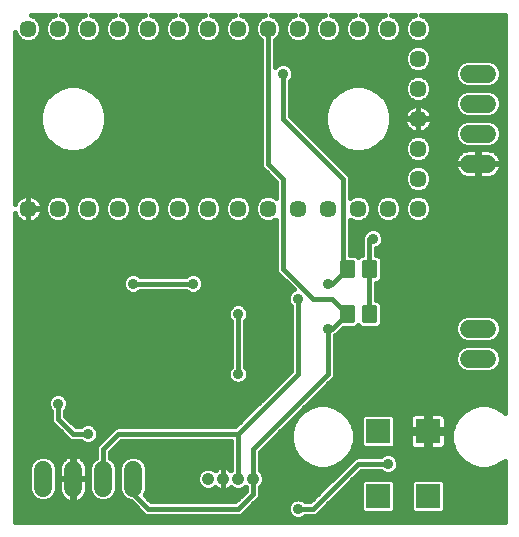
<source format=gbl>
G75*
%MOIN*%
%OFA0B0*%
%FSLAX25Y25*%
%IPPOS*%
%LPD*%
%AMOC8*
5,1,8,0,0,1.08239X$1,22.5*
%
%ADD10C,0.01024*%
%ADD11C,0.04134*%
%ADD12C,0.06000*%
%ADD13C,0.05700*%
%ADD14R,0.08268X0.08268*%
%ADD15C,0.03543*%
%ADD16C,0.01600*%
D10*
X0116013Y0118717D02*
X0120107Y0118717D01*
X0116013Y0118717D02*
X0116013Y0123795D01*
X0120107Y0123795D01*
X0120107Y0118717D01*
X0120107Y0119740D02*
X0116013Y0119740D01*
X0116013Y0120763D02*
X0120107Y0120763D01*
X0120107Y0121786D02*
X0116013Y0121786D01*
X0116013Y0122809D02*
X0120107Y0122809D01*
X0123493Y0118717D02*
X0127587Y0118717D01*
X0123493Y0118717D02*
X0123493Y0123795D01*
X0127587Y0123795D01*
X0127587Y0118717D01*
X0127587Y0119740D02*
X0123493Y0119740D01*
X0123493Y0120763D02*
X0127587Y0120763D01*
X0127587Y0121786D02*
X0123493Y0121786D01*
X0123493Y0122809D02*
X0127587Y0122809D01*
X0127587Y0133717D02*
X0123493Y0133717D01*
X0123493Y0138795D01*
X0127587Y0138795D01*
X0127587Y0133717D01*
X0127587Y0134740D02*
X0123493Y0134740D01*
X0123493Y0135763D02*
X0127587Y0135763D01*
X0127587Y0136786D02*
X0123493Y0136786D01*
X0123493Y0137809D02*
X0127587Y0137809D01*
X0120107Y0133717D02*
X0116013Y0133717D01*
X0116013Y0138795D01*
X0120107Y0138795D01*
X0120107Y0133717D01*
X0120107Y0134740D02*
X0116013Y0134740D01*
X0116013Y0135763D02*
X0120107Y0135763D01*
X0120107Y0136786D02*
X0116013Y0136786D01*
X0116013Y0137809D02*
X0120107Y0137809D01*
D11*
X0086800Y0066256D03*
X0081800Y0066256D03*
X0076800Y0066256D03*
X0071800Y0066256D03*
D12*
X0046800Y0063256D02*
X0046800Y0069256D01*
X0036800Y0069256D02*
X0036800Y0063256D01*
X0026800Y0063256D02*
X0026800Y0069256D01*
X0016800Y0069256D02*
X0016800Y0063256D01*
X0158800Y0106256D02*
X0164800Y0106256D01*
X0164800Y0116256D02*
X0158800Y0116256D01*
X0158800Y0171256D02*
X0164800Y0171256D01*
X0164800Y0181256D02*
X0158800Y0181256D01*
X0158800Y0191256D02*
X0164800Y0191256D01*
X0164800Y0201256D02*
X0158800Y0201256D01*
D13*
X0141800Y0206256D03*
X0141800Y0216256D03*
X0131800Y0216256D03*
X0121800Y0216256D03*
X0111800Y0216256D03*
X0101800Y0216256D03*
X0091800Y0216256D03*
X0081800Y0216256D03*
X0071800Y0216256D03*
X0061800Y0216256D03*
X0051800Y0216256D03*
X0041800Y0216256D03*
X0031800Y0216256D03*
X0021800Y0216256D03*
X0011800Y0216256D03*
X0011800Y0156256D03*
X0021800Y0156256D03*
X0031800Y0156256D03*
X0041800Y0156256D03*
X0051800Y0156256D03*
X0061800Y0156256D03*
X0071800Y0156256D03*
X0081800Y0156256D03*
X0091800Y0156256D03*
X0101800Y0156256D03*
X0111800Y0156256D03*
X0121800Y0156256D03*
X0131800Y0156256D03*
X0141800Y0156256D03*
X0141800Y0166256D03*
X0141800Y0176256D03*
X0141800Y0186256D03*
X0141800Y0196256D03*
D14*
X0145068Y0082083D03*
X0145068Y0060429D03*
X0128532Y0060429D03*
X0128532Y0082083D03*
D15*
X0131800Y0071256D03*
X0101800Y0056256D03*
X0081800Y0101256D03*
X0081800Y0121256D03*
X0066800Y0131256D03*
X0046800Y0131256D03*
X0061800Y0101256D03*
X0031800Y0081256D03*
X0021800Y0091256D03*
X0101800Y0126256D03*
X0111800Y0131256D03*
X0111800Y0116256D03*
X0126800Y0146256D03*
X0161800Y0151256D03*
X0096800Y0201256D03*
D16*
X0007400Y0154750D02*
X0007400Y0051856D01*
X0170701Y0051856D01*
X0170701Y0072261D01*
X0170145Y0071705D01*
X0167704Y0070296D01*
X0164981Y0069566D01*
X0162162Y0069566D01*
X0159439Y0070296D01*
X0156998Y0071705D01*
X0155005Y0073698D01*
X0153596Y0076139D01*
X0152866Y0078862D01*
X0152866Y0081681D01*
X0153596Y0084404D01*
X0155005Y0086845D01*
X0156998Y0088838D01*
X0159439Y0090248D01*
X0162162Y0090977D01*
X0164981Y0090977D01*
X0167704Y0090248D01*
X0170145Y0088838D01*
X0170701Y0088282D01*
X0170701Y0220656D01*
X0142806Y0220656D01*
X0144321Y0220028D01*
X0145573Y0218777D01*
X0146250Y0217141D01*
X0146250Y0215371D01*
X0145573Y0213735D01*
X0144321Y0212483D01*
X0142685Y0211806D01*
X0140915Y0211806D01*
X0139279Y0212483D01*
X0138027Y0213735D01*
X0137350Y0215371D01*
X0137350Y0217141D01*
X0138027Y0218777D01*
X0139279Y0220028D01*
X0140794Y0220656D01*
X0132806Y0220656D01*
X0134321Y0220028D01*
X0135573Y0218777D01*
X0136250Y0217141D01*
X0136250Y0215371D01*
X0135573Y0213735D01*
X0134321Y0212483D01*
X0132685Y0211806D01*
X0130915Y0211806D01*
X0129279Y0212483D01*
X0128027Y0213735D01*
X0127350Y0215371D01*
X0127350Y0217141D01*
X0128027Y0218777D01*
X0129279Y0220028D01*
X0130794Y0220656D01*
X0122806Y0220656D01*
X0124321Y0220028D01*
X0125573Y0218777D01*
X0126250Y0217141D01*
X0126250Y0215371D01*
X0125573Y0213735D01*
X0124321Y0212483D01*
X0122685Y0211806D01*
X0120915Y0211806D01*
X0119279Y0212483D01*
X0118027Y0213735D01*
X0117350Y0215371D01*
X0117350Y0217141D01*
X0118027Y0218777D01*
X0119279Y0220028D01*
X0120794Y0220656D01*
X0112806Y0220656D01*
X0114321Y0220028D01*
X0115573Y0218777D01*
X0116250Y0217141D01*
X0116250Y0215371D01*
X0115573Y0213735D01*
X0114321Y0212483D01*
X0112685Y0211806D01*
X0110915Y0211806D01*
X0109279Y0212483D01*
X0108027Y0213735D01*
X0107350Y0215371D01*
X0107350Y0217141D01*
X0108027Y0218777D01*
X0109279Y0220028D01*
X0110794Y0220656D01*
X0102806Y0220656D01*
X0104321Y0220028D01*
X0105573Y0218777D01*
X0106250Y0217141D01*
X0106250Y0215371D01*
X0105573Y0213735D01*
X0104321Y0212483D01*
X0102685Y0211806D01*
X0100915Y0211806D01*
X0099279Y0212483D01*
X0098027Y0213735D01*
X0097350Y0215371D01*
X0097350Y0217141D01*
X0098027Y0218777D01*
X0099279Y0220028D01*
X0100794Y0220656D01*
X0092806Y0220656D01*
X0094321Y0220028D01*
X0095573Y0218777D01*
X0096250Y0217141D01*
X0096250Y0215371D01*
X0095573Y0213735D01*
X0094321Y0212483D01*
X0094200Y0212433D01*
X0094200Y0203424D01*
X0094890Y0204114D01*
X0096129Y0204628D01*
X0097471Y0204628D01*
X0098710Y0204114D01*
X0099658Y0203166D01*
X0100172Y0201927D01*
X0100172Y0200585D01*
X0099658Y0199346D01*
X0099200Y0198888D01*
X0099200Y0187250D01*
X0118159Y0168291D01*
X0118835Y0167615D01*
X0119200Y0166733D01*
X0119200Y0159949D01*
X0119279Y0160028D01*
X0120915Y0160706D01*
X0122685Y0160706D01*
X0124321Y0160028D01*
X0125573Y0158777D01*
X0126250Y0157141D01*
X0126250Y0155371D01*
X0125573Y0153735D01*
X0124321Y0152483D01*
X0122685Y0151806D01*
X0120915Y0151806D01*
X0119279Y0152483D01*
X0119200Y0152563D01*
X0119200Y0140907D01*
X0120982Y0140907D01*
X0121800Y0140089D01*
X0122618Y0140907D01*
X0123140Y0140907D01*
X0123140Y0146733D01*
X0123506Y0147615D01*
X0123861Y0147971D01*
X0123942Y0148166D01*
X0124890Y0149114D01*
X0126129Y0149628D01*
X0127471Y0149628D01*
X0128710Y0149114D01*
X0129658Y0148166D01*
X0130172Y0146927D01*
X0130172Y0145585D01*
X0129658Y0144346D01*
X0128710Y0143398D01*
X0127940Y0143079D01*
X0127940Y0140907D01*
X0128462Y0140907D01*
X0129699Y0139670D01*
X0129699Y0132842D01*
X0128462Y0131605D01*
X0127940Y0131605D01*
X0127940Y0125907D01*
X0128462Y0125907D01*
X0129699Y0124670D01*
X0129699Y0117842D01*
X0128462Y0116605D01*
X0122618Y0116605D01*
X0121800Y0117423D01*
X0120982Y0116605D01*
X0116803Y0116605D01*
X0114739Y0114541D01*
X0114658Y0114346D01*
X0114200Y0113888D01*
X0114200Y0100779D01*
X0113835Y0099896D01*
X0089200Y0075262D01*
X0089200Y0069042D01*
X0089909Y0068333D01*
X0090467Y0066985D01*
X0090467Y0065527D01*
X0089909Y0064179D01*
X0089200Y0063470D01*
X0089200Y0060779D01*
X0088835Y0059896D01*
X0083835Y0054896D01*
X0083159Y0054221D01*
X0082277Y0053856D01*
X0051323Y0053856D01*
X0050441Y0054221D01*
X0046006Y0058656D01*
X0045885Y0058656D01*
X0044194Y0059356D01*
X0042900Y0060650D01*
X0042200Y0062341D01*
X0042200Y0070171D01*
X0042900Y0071862D01*
X0044194Y0073156D01*
X0045885Y0073856D01*
X0047715Y0073856D01*
X0049406Y0073156D01*
X0050700Y0071862D01*
X0051400Y0070171D01*
X0051400Y0062341D01*
X0050729Y0060721D01*
X0052794Y0058656D01*
X0080806Y0058656D01*
X0084400Y0062250D01*
X0084400Y0063470D01*
X0084300Y0063570D01*
X0083877Y0063147D01*
X0082529Y0062589D01*
X0081071Y0062589D01*
X0079723Y0063147D01*
X0079441Y0063429D01*
X0079265Y0063252D01*
X0078632Y0062829D01*
X0077928Y0062538D01*
X0077181Y0062389D01*
X0076800Y0062389D01*
X0076800Y0066256D01*
X0076800Y0066256D01*
X0076800Y0070123D01*
X0077181Y0070123D01*
X0077928Y0069974D01*
X0078632Y0069683D01*
X0079265Y0069260D01*
X0079400Y0069125D01*
X0079400Y0078856D01*
X0042794Y0078856D01*
X0039200Y0075262D01*
X0039200Y0073241D01*
X0039406Y0073156D01*
X0040700Y0071862D01*
X0041400Y0070171D01*
X0041400Y0062341D01*
X0040700Y0060650D01*
X0039406Y0059356D01*
X0037715Y0058656D01*
X0035885Y0058656D01*
X0034194Y0059356D01*
X0032900Y0060650D01*
X0032200Y0062341D01*
X0032200Y0070171D01*
X0032900Y0071862D01*
X0034194Y0073156D01*
X0034400Y0073241D01*
X0034400Y0076733D01*
X0034765Y0077615D01*
X0035441Y0078291D01*
X0040441Y0083291D01*
X0041323Y0083656D01*
X0080806Y0083656D01*
X0099400Y0102250D01*
X0099400Y0123888D01*
X0098942Y0124346D01*
X0098428Y0125585D01*
X0098428Y0126927D01*
X0098942Y0128166D01*
X0099890Y0129114D01*
X0100355Y0129307D01*
X0094765Y0134896D01*
X0094400Y0135779D01*
X0094400Y0152563D01*
X0094321Y0152483D01*
X0092685Y0151806D01*
X0090915Y0151806D01*
X0089279Y0152483D01*
X0088027Y0153735D01*
X0087350Y0155371D01*
X0087350Y0157141D01*
X0088027Y0158777D01*
X0089279Y0160028D01*
X0090915Y0160706D01*
X0092685Y0160706D01*
X0094321Y0160028D01*
X0094400Y0159949D01*
X0094400Y0165262D01*
X0090441Y0169221D01*
X0089765Y0169896D01*
X0089400Y0170779D01*
X0089400Y0212433D01*
X0089279Y0212483D01*
X0088027Y0213735D01*
X0087350Y0215371D01*
X0087350Y0217141D01*
X0088027Y0218777D01*
X0089279Y0220028D01*
X0090794Y0220656D01*
X0082806Y0220656D01*
X0084321Y0220028D01*
X0085573Y0218777D01*
X0086250Y0217141D01*
X0086250Y0215371D01*
X0085573Y0213735D01*
X0084321Y0212483D01*
X0082685Y0211806D01*
X0080915Y0211806D01*
X0079279Y0212483D01*
X0078027Y0213735D01*
X0077350Y0215371D01*
X0077350Y0217141D01*
X0078027Y0218777D01*
X0079279Y0220028D01*
X0080794Y0220656D01*
X0072806Y0220656D01*
X0074321Y0220028D01*
X0075573Y0218777D01*
X0076250Y0217141D01*
X0076250Y0215371D01*
X0075573Y0213735D01*
X0074321Y0212483D01*
X0072685Y0211806D01*
X0070915Y0211806D01*
X0069279Y0212483D01*
X0068027Y0213735D01*
X0067350Y0215371D01*
X0067350Y0217141D01*
X0068027Y0218777D01*
X0069279Y0220028D01*
X0070794Y0220656D01*
X0062806Y0220656D01*
X0064321Y0220028D01*
X0065573Y0218777D01*
X0066250Y0217141D01*
X0066250Y0215371D01*
X0065573Y0213735D01*
X0064321Y0212483D01*
X0062685Y0211806D01*
X0060915Y0211806D01*
X0059279Y0212483D01*
X0058027Y0213735D01*
X0057350Y0215371D01*
X0057350Y0217141D01*
X0058027Y0218777D01*
X0059279Y0220028D01*
X0060794Y0220656D01*
X0052806Y0220656D01*
X0054321Y0220028D01*
X0055573Y0218777D01*
X0056250Y0217141D01*
X0056250Y0215371D01*
X0055573Y0213735D01*
X0054321Y0212483D01*
X0052685Y0211806D01*
X0050915Y0211806D01*
X0049279Y0212483D01*
X0048027Y0213735D01*
X0047350Y0215371D01*
X0047350Y0217141D01*
X0048027Y0218777D01*
X0049279Y0220028D01*
X0050794Y0220656D01*
X0042806Y0220656D01*
X0044321Y0220028D01*
X0045573Y0218777D01*
X0046250Y0217141D01*
X0046250Y0215371D01*
X0045573Y0213735D01*
X0044321Y0212483D01*
X0042685Y0211806D01*
X0040915Y0211806D01*
X0039279Y0212483D01*
X0038027Y0213735D01*
X0037350Y0215371D01*
X0037350Y0217141D01*
X0038027Y0218777D01*
X0039279Y0220028D01*
X0040794Y0220656D01*
X0032806Y0220656D01*
X0034321Y0220028D01*
X0035573Y0218777D01*
X0036250Y0217141D01*
X0036250Y0215371D01*
X0035573Y0213735D01*
X0034321Y0212483D01*
X0032685Y0211806D01*
X0030915Y0211806D01*
X0029279Y0212483D01*
X0028027Y0213735D01*
X0027350Y0215371D01*
X0027350Y0217141D01*
X0028027Y0218777D01*
X0029279Y0220028D01*
X0030794Y0220656D01*
X0022806Y0220656D01*
X0024321Y0220028D01*
X0025573Y0218777D01*
X0026250Y0217141D01*
X0026250Y0215371D01*
X0025573Y0213735D01*
X0024321Y0212483D01*
X0022685Y0211806D01*
X0020915Y0211806D01*
X0019279Y0212483D01*
X0018027Y0213735D01*
X0017350Y0215371D01*
X0017350Y0217141D01*
X0018027Y0218777D01*
X0019279Y0220028D01*
X0020794Y0220656D01*
X0012806Y0220656D01*
X0014321Y0220028D01*
X0015573Y0218777D01*
X0016250Y0217141D01*
X0016250Y0215371D01*
X0015573Y0213735D01*
X0014321Y0212483D01*
X0012685Y0211806D01*
X0010915Y0211806D01*
X0009279Y0212483D01*
X0008027Y0213735D01*
X0007400Y0215250D01*
X0007400Y0157762D01*
X0007491Y0158041D01*
X0007823Y0158693D01*
X0008253Y0159285D01*
X0008771Y0159803D01*
X0009363Y0160233D01*
X0010015Y0160565D01*
X0010711Y0160791D01*
X0011434Y0160906D01*
X0011650Y0160906D01*
X0011650Y0156406D01*
X0011950Y0156406D01*
X0011950Y0160906D01*
X0012166Y0160906D01*
X0012889Y0160791D01*
X0013585Y0160565D01*
X0014237Y0160233D01*
X0014829Y0159803D01*
X0015347Y0159285D01*
X0015777Y0158693D01*
X0016109Y0158041D01*
X0016335Y0157345D01*
X0016450Y0156622D01*
X0016450Y0156406D01*
X0011950Y0156406D01*
X0011950Y0156106D01*
X0016450Y0156106D01*
X0016450Y0155890D01*
X0016335Y0155167D01*
X0016109Y0154471D01*
X0015777Y0153819D01*
X0015347Y0153227D01*
X0014829Y0152709D01*
X0014237Y0152279D01*
X0013585Y0151947D01*
X0012889Y0151720D01*
X0012166Y0151606D01*
X0011950Y0151606D01*
X0011950Y0156106D01*
X0011650Y0156106D01*
X0011650Y0151606D01*
X0011434Y0151606D01*
X0010711Y0151720D01*
X0010015Y0151947D01*
X0009363Y0152279D01*
X0008771Y0152709D01*
X0008253Y0153227D01*
X0007823Y0153819D01*
X0007491Y0154471D01*
X0007400Y0154750D01*
X0007400Y0153932D02*
X0007765Y0153932D01*
X0007400Y0152334D02*
X0009287Y0152334D01*
X0011650Y0152334D02*
X0011950Y0152334D01*
X0011950Y0153932D02*
X0011650Y0153932D01*
X0011650Y0155531D02*
X0011950Y0155531D01*
X0011950Y0157129D02*
X0011650Y0157129D01*
X0011650Y0158728D02*
X0011950Y0158728D01*
X0011950Y0160326D02*
X0011650Y0160326D01*
X0009546Y0160326D02*
X0007400Y0160326D01*
X0007400Y0158728D02*
X0007848Y0158728D01*
X0007400Y0161925D02*
X0094400Y0161925D01*
X0094400Y0163523D02*
X0007400Y0163523D01*
X0007400Y0165122D02*
X0094400Y0165122D01*
X0092941Y0166720D02*
X0007400Y0166720D01*
X0007400Y0168319D02*
X0091343Y0168319D01*
X0089757Y0169917D02*
X0007400Y0169917D01*
X0007400Y0171516D02*
X0089400Y0171516D01*
X0089400Y0173114D02*
X0007400Y0173114D01*
X0007400Y0174713D02*
X0089400Y0174713D01*
X0089400Y0176312D02*
X0031774Y0176312D01*
X0031084Y0175913D02*
X0033615Y0177374D01*
X0035682Y0179441D01*
X0037143Y0181972D01*
X0037899Y0184795D01*
X0037899Y0187717D01*
X0037143Y0190540D01*
X0035682Y0193071D01*
X0033615Y0195137D01*
X0031084Y0196599D01*
X0028261Y0197355D01*
X0025339Y0197355D01*
X0022516Y0196599D01*
X0019985Y0195137D01*
X0017918Y0193071D01*
X0016457Y0190540D01*
X0015701Y0187717D01*
X0015701Y0184795D01*
X0016457Y0181972D01*
X0017918Y0179441D01*
X0019985Y0177374D01*
X0022516Y0175913D01*
X0025339Y0175157D01*
X0028261Y0175157D01*
X0031084Y0175913D01*
X0034151Y0177910D02*
X0089400Y0177910D01*
X0089400Y0179509D02*
X0035721Y0179509D01*
X0036644Y0181107D02*
X0089400Y0181107D01*
X0089400Y0182706D02*
X0037339Y0182706D01*
X0037768Y0184304D02*
X0089400Y0184304D01*
X0089400Y0185903D02*
X0037899Y0185903D01*
X0037899Y0187501D02*
X0089400Y0187501D01*
X0089400Y0189100D02*
X0037529Y0189100D01*
X0037052Y0190698D02*
X0089400Y0190698D01*
X0089400Y0192297D02*
X0036129Y0192297D01*
X0034857Y0193895D02*
X0089400Y0193895D01*
X0089400Y0195494D02*
X0032998Y0195494D01*
X0029243Y0197092D02*
X0089400Y0197092D01*
X0089400Y0198691D02*
X0007400Y0198691D01*
X0007400Y0200289D02*
X0089400Y0200289D01*
X0089400Y0201888D02*
X0007400Y0201888D01*
X0007400Y0203486D02*
X0089400Y0203486D01*
X0089400Y0205085D02*
X0007400Y0205085D01*
X0007400Y0206683D02*
X0089400Y0206683D01*
X0089400Y0208282D02*
X0007400Y0208282D01*
X0007400Y0209880D02*
X0089400Y0209880D01*
X0089400Y0211479D02*
X0007400Y0211479D01*
X0007400Y0213077D02*
X0008685Y0213077D01*
X0007638Y0214676D02*
X0007400Y0214676D01*
X0014915Y0213077D02*
X0018685Y0213077D01*
X0017638Y0214676D02*
X0015962Y0214676D01*
X0016250Y0216274D02*
X0017350Y0216274D01*
X0017653Y0217873D02*
X0015947Y0217873D01*
X0014878Y0219471D02*
X0018722Y0219471D01*
X0024878Y0219471D02*
X0028722Y0219471D01*
X0027653Y0217873D02*
X0025947Y0217873D01*
X0026250Y0216274D02*
X0027350Y0216274D01*
X0027638Y0214676D02*
X0025962Y0214676D01*
X0024915Y0213077D02*
X0028685Y0213077D01*
X0034915Y0213077D02*
X0038685Y0213077D01*
X0037638Y0214676D02*
X0035962Y0214676D01*
X0036250Y0216274D02*
X0037350Y0216274D01*
X0037653Y0217873D02*
X0035947Y0217873D01*
X0034878Y0219471D02*
X0038722Y0219471D01*
X0044878Y0219471D02*
X0048722Y0219471D01*
X0047653Y0217873D02*
X0045947Y0217873D01*
X0046250Y0216274D02*
X0047350Y0216274D01*
X0047638Y0214676D02*
X0045962Y0214676D01*
X0044915Y0213077D02*
X0048685Y0213077D01*
X0054915Y0213077D02*
X0058685Y0213077D01*
X0057638Y0214676D02*
X0055962Y0214676D01*
X0056250Y0216274D02*
X0057350Y0216274D01*
X0057653Y0217873D02*
X0055947Y0217873D01*
X0054878Y0219471D02*
X0058722Y0219471D01*
X0064878Y0219471D02*
X0068722Y0219471D01*
X0067653Y0217873D02*
X0065947Y0217873D01*
X0066250Y0216274D02*
X0067350Y0216274D01*
X0067638Y0214676D02*
X0065962Y0214676D01*
X0064915Y0213077D02*
X0068685Y0213077D01*
X0074915Y0213077D02*
X0078685Y0213077D01*
X0077638Y0214676D02*
X0075962Y0214676D01*
X0076250Y0216274D02*
X0077350Y0216274D01*
X0077653Y0217873D02*
X0075947Y0217873D01*
X0074878Y0219471D02*
X0078722Y0219471D01*
X0084878Y0219471D02*
X0088722Y0219471D01*
X0087653Y0217873D02*
X0085947Y0217873D01*
X0086250Y0216274D02*
X0087350Y0216274D01*
X0087638Y0214676D02*
X0085962Y0214676D01*
X0084915Y0213077D02*
X0088685Y0213077D01*
X0091800Y0216256D02*
X0091800Y0171256D01*
X0096800Y0166256D01*
X0096800Y0136256D01*
X0106800Y0126256D01*
X0113060Y0126256D01*
X0118060Y0121256D01*
X0113060Y0116256D01*
X0111800Y0116256D01*
X0111800Y0101256D01*
X0086800Y0076256D01*
X0086800Y0066256D01*
X0086800Y0061256D01*
X0081800Y0056256D01*
X0051800Y0056256D01*
X0046800Y0061256D01*
X0046800Y0066256D01*
X0051400Y0066014D02*
X0068133Y0066014D01*
X0068133Y0065527D02*
X0068691Y0064179D01*
X0069723Y0063147D01*
X0071071Y0062589D01*
X0072529Y0062589D01*
X0073877Y0063147D01*
X0074159Y0063429D01*
X0074335Y0063252D01*
X0074968Y0062829D01*
X0075672Y0062538D01*
X0076419Y0062389D01*
X0076800Y0062389D01*
X0076800Y0066256D01*
X0076800Y0070123D01*
X0076419Y0070123D01*
X0075672Y0069974D01*
X0074968Y0069683D01*
X0074335Y0069260D01*
X0074159Y0069083D01*
X0073877Y0069365D01*
X0072529Y0069923D01*
X0071071Y0069923D01*
X0069723Y0069365D01*
X0068691Y0068333D01*
X0068133Y0066985D01*
X0068133Y0065527D01*
X0068593Y0064416D02*
X0051400Y0064416D01*
X0051400Y0062817D02*
X0070520Y0062817D01*
X0073080Y0062817D02*
X0074997Y0062817D01*
X0076800Y0062817D02*
X0076800Y0062817D01*
X0076800Y0064416D02*
X0076800Y0064416D01*
X0076800Y0066014D02*
X0076800Y0066014D01*
X0076800Y0066256D02*
X0076800Y0066256D01*
X0076800Y0067613D02*
X0076800Y0067613D01*
X0076800Y0069211D02*
X0076800Y0069211D01*
X0079313Y0069211D02*
X0079400Y0069211D01*
X0079400Y0070810D02*
X0051135Y0070810D01*
X0051400Y0069211D02*
X0069570Y0069211D01*
X0068393Y0067613D02*
X0051400Y0067613D01*
X0050153Y0072408D02*
X0079400Y0072408D01*
X0079400Y0074007D02*
X0039200Y0074007D01*
X0039543Y0075605D02*
X0079400Y0075605D01*
X0079400Y0077204D02*
X0041142Y0077204D01*
X0042741Y0078802D02*
X0079400Y0078802D01*
X0081800Y0081256D02*
X0101800Y0101256D01*
X0101800Y0126256D01*
X0098605Y0125159D02*
X0007400Y0125159D01*
X0007400Y0123561D02*
X0079336Y0123561D01*
X0078942Y0123166D02*
X0078428Y0121927D01*
X0078428Y0120585D01*
X0078942Y0119346D01*
X0079400Y0118888D01*
X0079400Y0103624D01*
X0078942Y0103166D01*
X0078428Y0101927D01*
X0078428Y0100585D01*
X0078942Y0099346D01*
X0079890Y0098398D01*
X0081129Y0097884D01*
X0082471Y0097884D01*
X0083710Y0098398D01*
X0084658Y0099346D01*
X0085172Y0100585D01*
X0085172Y0101927D01*
X0084658Y0103166D01*
X0084200Y0103624D01*
X0084200Y0118888D01*
X0084658Y0119346D01*
X0085172Y0120585D01*
X0085172Y0121927D01*
X0084658Y0123166D01*
X0083710Y0124114D01*
X0082471Y0124628D01*
X0081129Y0124628D01*
X0079890Y0124114D01*
X0078942Y0123166D01*
X0078443Y0121962D02*
X0007400Y0121962D01*
X0007400Y0120364D02*
X0078520Y0120364D01*
X0079400Y0118765D02*
X0007400Y0118765D01*
X0007400Y0117167D02*
X0079400Y0117167D01*
X0079400Y0115568D02*
X0007400Y0115568D01*
X0007400Y0113970D02*
X0079400Y0113970D01*
X0079400Y0112371D02*
X0007400Y0112371D01*
X0007400Y0110773D02*
X0079400Y0110773D01*
X0079400Y0109174D02*
X0007400Y0109174D01*
X0007400Y0107576D02*
X0079400Y0107576D01*
X0079400Y0105977D02*
X0007400Y0105977D01*
X0007400Y0104378D02*
X0079400Y0104378D01*
X0078782Y0102780D02*
X0007400Y0102780D01*
X0007400Y0101181D02*
X0078428Y0101181D01*
X0078843Y0099583D02*
X0007400Y0099583D01*
X0007400Y0097984D02*
X0080887Y0097984D01*
X0082713Y0097984D02*
X0095134Y0097984D01*
X0093536Y0096386D02*
X0007400Y0096386D01*
X0007400Y0094787D02*
X0091937Y0094787D01*
X0090339Y0093189D02*
X0024635Y0093189D01*
X0024658Y0093166D02*
X0023710Y0094114D01*
X0022471Y0094628D01*
X0021129Y0094628D01*
X0019890Y0094114D01*
X0018942Y0093166D01*
X0018428Y0091927D01*
X0018428Y0090585D01*
X0018942Y0089346D01*
X0019400Y0088888D01*
X0019400Y0085779D01*
X0019765Y0084896D01*
X0024765Y0079896D01*
X0025441Y0079221D01*
X0026323Y0078856D01*
X0029432Y0078856D01*
X0029890Y0078398D01*
X0031129Y0077884D01*
X0032471Y0077884D01*
X0033710Y0078398D01*
X0034658Y0079346D01*
X0035172Y0080585D01*
X0035172Y0081927D01*
X0034658Y0083166D01*
X0033710Y0084114D01*
X0032471Y0084628D01*
X0031129Y0084628D01*
X0029890Y0084114D01*
X0029432Y0083656D01*
X0027794Y0083656D01*
X0024200Y0087250D01*
X0024200Y0088888D01*
X0024658Y0089346D01*
X0025172Y0090585D01*
X0025172Y0091927D01*
X0024658Y0093166D01*
X0025172Y0091590D02*
X0088740Y0091590D01*
X0087142Y0089992D02*
X0024926Y0089992D01*
X0024200Y0088393D02*
X0085543Y0088393D01*
X0083945Y0086795D02*
X0024655Y0086795D01*
X0026254Y0085196D02*
X0082346Y0085196D01*
X0081800Y0081256D02*
X0041800Y0081256D01*
X0036800Y0076256D01*
X0036800Y0066256D01*
X0032200Y0066014D02*
X0031600Y0066014D01*
X0031600Y0066056D02*
X0027000Y0066056D01*
X0027000Y0066456D01*
X0026600Y0066456D01*
X0026600Y0074056D01*
X0026422Y0074056D01*
X0025676Y0073938D01*
X0024957Y0073704D01*
X0024284Y0073361D01*
X0023673Y0072917D01*
X0023139Y0072383D01*
X0022695Y0071772D01*
X0022352Y0071098D01*
X0022118Y0070380D01*
X0022000Y0069634D01*
X0022000Y0066456D01*
X0026600Y0066456D01*
X0026600Y0066056D01*
X0022000Y0066056D01*
X0022000Y0062878D01*
X0022118Y0062132D01*
X0022352Y0061413D01*
X0022695Y0060740D01*
X0023139Y0060129D01*
X0023673Y0059595D01*
X0024284Y0059151D01*
X0024957Y0058808D01*
X0025676Y0058574D01*
X0026422Y0058456D01*
X0026600Y0058456D01*
X0026600Y0066056D01*
X0027000Y0066056D01*
X0027000Y0058456D01*
X0027178Y0058456D01*
X0027924Y0058574D01*
X0028643Y0058808D01*
X0029316Y0059151D01*
X0029927Y0059595D01*
X0030461Y0060129D01*
X0030905Y0060740D01*
X0031248Y0061413D01*
X0031482Y0062132D01*
X0031600Y0062878D01*
X0031600Y0066056D01*
X0031600Y0066456D02*
X0031600Y0069634D01*
X0031482Y0070380D01*
X0031248Y0071098D01*
X0030905Y0071772D01*
X0030461Y0072383D01*
X0029927Y0072917D01*
X0029316Y0073361D01*
X0028643Y0073704D01*
X0027924Y0073938D01*
X0027178Y0074056D01*
X0027000Y0074056D01*
X0027000Y0066456D01*
X0031600Y0066456D01*
X0031600Y0067613D02*
X0032200Y0067613D01*
X0032200Y0069211D02*
X0031600Y0069211D01*
X0031342Y0070810D02*
X0032465Y0070810D01*
X0033447Y0072408D02*
X0030436Y0072408D01*
X0027488Y0074007D02*
X0034400Y0074007D01*
X0034400Y0075605D02*
X0007400Y0075605D01*
X0007400Y0074007D02*
X0026112Y0074007D01*
X0026600Y0074007D02*
X0027000Y0074007D01*
X0027000Y0072408D02*
X0026600Y0072408D01*
X0026600Y0070810D02*
X0027000Y0070810D01*
X0027000Y0069211D02*
X0026600Y0069211D01*
X0026600Y0067613D02*
X0027000Y0067613D01*
X0027000Y0066014D02*
X0026600Y0066014D01*
X0026600Y0064416D02*
X0027000Y0064416D01*
X0027000Y0062817D02*
X0026600Y0062817D01*
X0026600Y0061219D02*
X0027000Y0061219D01*
X0027000Y0059620D02*
X0026600Y0059620D01*
X0023648Y0059620D02*
X0019670Y0059620D01*
X0019406Y0059356D02*
X0020700Y0060650D01*
X0021400Y0062341D01*
X0021400Y0070171D01*
X0020700Y0071862D01*
X0019406Y0073156D01*
X0017715Y0073856D01*
X0015885Y0073856D01*
X0014194Y0073156D01*
X0012900Y0071862D01*
X0012200Y0070171D01*
X0012200Y0062341D01*
X0012900Y0060650D01*
X0014194Y0059356D01*
X0015885Y0058656D01*
X0017715Y0058656D01*
X0019406Y0059356D01*
X0020935Y0061219D02*
X0022451Y0061219D01*
X0022010Y0062817D02*
X0021400Y0062817D01*
X0021400Y0064416D02*
X0022000Y0064416D01*
X0022000Y0066014D02*
X0021400Y0066014D01*
X0021400Y0067613D02*
X0022000Y0067613D01*
X0022000Y0069211D02*
X0021400Y0069211D01*
X0021135Y0070810D02*
X0022258Y0070810D01*
X0023164Y0072408D02*
X0020153Y0072408D01*
X0013447Y0072408D02*
X0007400Y0072408D01*
X0007400Y0070810D02*
X0012465Y0070810D01*
X0012200Y0069211D02*
X0007400Y0069211D01*
X0007400Y0067613D02*
X0012200Y0067613D01*
X0012200Y0066014D02*
X0007400Y0066014D01*
X0007400Y0064416D02*
X0012200Y0064416D01*
X0012200Y0062817D02*
X0007400Y0062817D01*
X0007400Y0061219D02*
X0012665Y0061219D01*
X0013930Y0059620D02*
X0007400Y0059620D01*
X0007400Y0058022D02*
X0046640Y0058022D01*
X0048239Y0056423D02*
X0007400Y0056423D01*
X0007400Y0054825D02*
X0049837Y0054825D01*
X0051830Y0059620D02*
X0081770Y0059620D01*
X0083369Y0061219D02*
X0050935Y0061219D01*
X0043930Y0059620D02*
X0039670Y0059620D01*
X0040935Y0061219D02*
X0042665Y0061219D01*
X0042200Y0062817D02*
X0041400Y0062817D01*
X0041400Y0064416D02*
X0042200Y0064416D01*
X0042200Y0066014D02*
X0041400Y0066014D01*
X0041400Y0067613D02*
X0042200Y0067613D01*
X0042200Y0069211D02*
X0041400Y0069211D01*
X0041135Y0070810D02*
X0042465Y0070810D01*
X0043447Y0072408D02*
X0040153Y0072408D01*
X0034595Y0077204D02*
X0007400Y0077204D01*
X0007400Y0078802D02*
X0029485Y0078802D01*
X0031800Y0081256D02*
X0026800Y0081256D01*
X0021800Y0086256D01*
X0021800Y0091256D01*
X0018674Y0089992D02*
X0007400Y0089992D01*
X0007400Y0091590D02*
X0018428Y0091590D01*
X0018965Y0093189D02*
X0007400Y0093189D01*
X0007400Y0088393D02*
X0019400Y0088393D01*
X0019400Y0086795D02*
X0007400Y0086795D01*
X0007400Y0085196D02*
X0019641Y0085196D01*
X0021064Y0083598D02*
X0007400Y0083598D01*
X0007400Y0081999D02*
X0022662Y0081999D01*
X0024261Y0080401D02*
X0007400Y0080401D01*
X0007400Y0053226D02*
X0100304Y0053226D01*
X0099890Y0053398D02*
X0101129Y0052884D01*
X0102471Y0052884D01*
X0103710Y0053398D01*
X0104168Y0053856D01*
X0107277Y0053856D01*
X0108159Y0054221D01*
X0108835Y0054896D01*
X0122794Y0068856D01*
X0129432Y0068856D01*
X0129890Y0068398D01*
X0131129Y0067884D01*
X0132471Y0067884D01*
X0133710Y0068398D01*
X0134658Y0069346D01*
X0135172Y0070585D01*
X0135172Y0071927D01*
X0134658Y0073166D01*
X0133710Y0074114D01*
X0132471Y0074628D01*
X0131129Y0074628D01*
X0129890Y0074114D01*
X0129432Y0073656D01*
X0121323Y0073656D01*
X0120441Y0073291D01*
X0105806Y0058656D01*
X0104168Y0058656D01*
X0103710Y0059114D01*
X0102471Y0059628D01*
X0101129Y0059628D01*
X0099890Y0059114D01*
X0098942Y0058166D01*
X0098428Y0056927D01*
X0098428Y0055585D01*
X0098942Y0054346D01*
X0099890Y0053398D01*
X0098743Y0054825D02*
X0083763Y0054825D01*
X0085361Y0056423D02*
X0098428Y0056423D01*
X0098882Y0058022D02*
X0086960Y0058022D01*
X0088558Y0059620D02*
X0101112Y0059620D01*
X0102488Y0059620D02*
X0106770Y0059620D01*
X0108369Y0061219D02*
X0089200Y0061219D01*
X0089200Y0062817D02*
X0109967Y0062817D01*
X0111566Y0064416D02*
X0090007Y0064416D01*
X0090467Y0066014D02*
X0113164Y0066014D01*
X0114763Y0067613D02*
X0090207Y0067613D01*
X0089200Y0069211D02*
X0116361Y0069211D01*
X0115051Y0070810D02*
X0117960Y0070810D01*
X0116602Y0071705D02*
X0118595Y0073698D01*
X0120004Y0076139D01*
X0120734Y0078862D01*
X0120734Y0081681D01*
X0120004Y0084404D01*
X0118595Y0086845D01*
X0116602Y0088838D01*
X0114161Y0090248D01*
X0111438Y0090977D01*
X0108619Y0090977D01*
X0105896Y0090248D01*
X0103455Y0088838D01*
X0101462Y0086845D01*
X0100052Y0084404D01*
X0099323Y0081681D01*
X0099323Y0078862D01*
X0100052Y0076139D01*
X0101462Y0073698D01*
X0103455Y0071705D01*
X0105896Y0070296D01*
X0108619Y0069566D01*
X0111438Y0069566D01*
X0114161Y0070296D01*
X0116602Y0071705D01*
X0117305Y0072408D02*
X0119558Y0072408D01*
X0118773Y0074007D02*
X0129783Y0074007D01*
X0131800Y0071256D02*
X0121800Y0071256D01*
X0106800Y0056256D01*
X0101800Y0056256D01*
X0103296Y0053226D02*
X0170701Y0053226D01*
X0170701Y0054825D02*
X0149994Y0054825D01*
X0149864Y0054695D02*
X0150802Y0055633D01*
X0150802Y0065226D01*
X0149864Y0066163D01*
X0140271Y0066163D01*
X0139334Y0065226D01*
X0139334Y0055633D01*
X0140271Y0054695D01*
X0149864Y0054695D01*
X0150802Y0056423D02*
X0170701Y0056423D01*
X0170701Y0058022D02*
X0150802Y0058022D01*
X0150802Y0059620D02*
X0170701Y0059620D01*
X0170701Y0061219D02*
X0150802Y0061219D01*
X0150802Y0062817D02*
X0170701Y0062817D01*
X0170701Y0064416D02*
X0150802Y0064416D01*
X0150013Y0066014D02*
X0170701Y0066014D01*
X0170701Y0067613D02*
X0121551Y0067613D01*
X0119952Y0066014D02*
X0123587Y0066014D01*
X0123736Y0066163D02*
X0122798Y0065226D01*
X0122798Y0055633D01*
X0123736Y0054695D01*
X0133329Y0054695D01*
X0134266Y0055633D01*
X0134266Y0065226D01*
X0133329Y0066163D01*
X0123736Y0066163D01*
X0122798Y0064416D02*
X0118354Y0064416D01*
X0116755Y0062817D02*
X0122798Y0062817D01*
X0122798Y0061219D02*
X0115157Y0061219D01*
X0113558Y0059620D02*
X0122798Y0059620D01*
X0122798Y0058022D02*
X0111960Y0058022D01*
X0110361Y0056423D02*
X0122798Y0056423D01*
X0123606Y0054825D02*
X0108763Y0054825D01*
X0105006Y0070810D02*
X0089200Y0070810D01*
X0089200Y0072408D02*
X0102752Y0072408D01*
X0101284Y0074007D02*
X0089200Y0074007D01*
X0089543Y0075605D02*
X0100361Y0075605D01*
X0099767Y0077204D02*
X0091142Y0077204D01*
X0092741Y0078802D02*
X0099339Y0078802D01*
X0099323Y0080401D02*
X0094339Y0080401D01*
X0095938Y0081999D02*
X0099408Y0081999D01*
X0099836Y0083598D02*
X0097536Y0083598D01*
X0099135Y0085196D02*
X0100510Y0085196D01*
X0100733Y0086795D02*
X0101433Y0086795D01*
X0102332Y0088393D02*
X0103010Y0088393D01*
X0103930Y0089992D02*
X0105453Y0089992D01*
X0105529Y0091590D02*
X0170701Y0091590D01*
X0170701Y0089992D02*
X0168147Y0089992D01*
X0170590Y0088393D02*
X0170701Y0088393D01*
X0170701Y0093189D02*
X0107127Y0093189D01*
X0108726Y0094787D02*
X0170701Y0094787D01*
X0170701Y0096386D02*
X0110324Y0096386D01*
X0111923Y0097984D02*
X0170701Y0097984D01*
X0170701Y0099583D02*
X0113521Y0099583D01*
X0114200Y0101181D02*
X0170701Y0101181D01*
X0170701Y0102780D02*
X0167829Y0102780D01*
X0167406Y0102356D02*
X0165715Y0101656D01*
X0157885Y0101656D01*
X0156194Y0102356D01*
X0154900Y0103650D01*
X0154200Y0105341D01*
X0154200Y0107171D01*
X0154900Y0108862D01*
X0156194Y0110156D01*
X0157885Y0110856D01*
X0165715Y0110856D01*
X0167406Y0110156D01*
X0168700Y0108862D01*
X0169400Y0107171D01*
X0169400Y0105341D01*
X0168700Y0103650D01*
X0167406Y0102356D01*
X0169001Y0104378D02*
X0170701Y0104378D01*
X0170701Y0105977D02*
X0169400Y0105977D01*
X0169232Y0107576D02*
X0170701Y0107576D01*
X0170701Y0109174D02*
X0168387Y0109174D01*
X0170701Y0110773D02*
X0165916Y0110773D01*
X0165715Y0111656D02*
X0167406Y0112356D01*
X0168700Y0113650D01*
X0169400Y0115341D01*
X0169400Y0117171D01*
X0168700Y0118862D01*
X0167406Y0120156D01*
X0165715Y0120856D01*
X0157885Y0120856D01*
X0156194Y0120156D01*
X0154900Y0118862D01*
X0154200Y0117171D01*
X0154200Y0115341D01*
X0154900Y0113650D01*
X0156194Y0112356D01*
X0157885Y0111656D01*
X0165715Y0111656D01*
X0167421Y0112371D02*
X0170701Y0112371D01*
X0170701Y0113970D02*
X0168832Y0113970D01*
X0169400Y0115568D02*
X0170701Y0115568D01*
X0170701Y0117167D02*
X0169400Y0117167D01*
X0168740Y0118765D02*
X0170701Y0118765D01*
X0170701Y0120364D02*
X0166903Y0120364D01*
X0170701Y0121962D02*
X0129699Y0121962D01*
X0129699Y0120364D02*
X0156697Y0120364D01*
X0154860Y0118765D02*
X0129699Y0118765D01*
X0129024Y0117167D02*
X0154200Y0117167D01*
X0154200Y0115568D02*
X0115766Y0115568D01*
X0114282Y0113970D02*
X0154768Y0113970D01*
X0156179Y0112371D02*
X0114200Y0112371D01*
X0114200Y0110773D02*
X0157684Y0110773D01*
X0155213Y0109174D02*
X0114200Y0109174D01*
X0114200Y0107576D02*
X0154368Y0107576D01*
X0154200Y0105977D02*
X0114200Y0105977D01*
X0114200Y0104378D02*
X0154599Y0104378D01*
X0155771Y0102780D02*
X0114200Y0102780D01*
X0114603Y0089992D02*
X0158997Y0089992D01*
X0156554Y0088393D02*
X0117046Y0088393D01*
X0118624Y0086795D02*
X0122798Y0086795D01*
X0122798Y0086879D02*
X0122798Y0077286D01*
X0123736Y0076349D01*
X0133329Y0076349D01*
X0134266Y0077286D01*
X0134266Y0086879D01*
X0133329Y0087817D01*
X0123736Y0087817D01*
X0122798Y0086879D01*
X0122798Y0085196D02*
X0119547Y0085196D01*
X0120220Y0083598D02*
X0122798Y0083598D01*
X0122798Y0081999D02*
X0120649Y0081999D01*
X0120734Y0080401D02*
X0122798Y0080401D01*
X0122798Y0078802D02*
X0120718Y0078802D01*
X0120289Y0077204D02*
X0122881Y0077204D01*
X0119696Y0075605D02*
X0153904Y0075605D01*
X0153311Y0077204D02*
X0150850Y0077204D01*
X0150879Y0077254D02*
X0151002Y0077712D01*
X0151002Y0081505D01*
X0145646Y0081505D01*
X0145646Y0082661D01*
X0151002Y0082661D01*
X0151002Y0086454D01*
X0150879Y0086911D01*
X0150642Y0087322D01*
X0150307Y0087657D01*
X0149896Y0087894D01*
X0149439Y0088017D01*
X0145646Y0088017D01*
X0145646Y0082661D01*
X0144490Y0082661D01*
X0144490Y0088017D01*
X0140697Y0088017D01*
X0140239Y0087894D01*
X0139829Y0087657D01*
X0139493Y0087322D01*
X0139257Y0086911D01*
X0139134Y0086454D01*
X0139134Y0082661D01*
X0144490Y0082661D01*
X0144490Y0081505D01*
X0145646Y0081505D01*
X0145646Y0076149D01*
X0149439Y0076149D01*
X0149896Y0076271D01*
X0150307Y0076508D01*
X0150642Y0076844D01*
X0150879Y0077254D01*
X0151002Y0078802D02*
X0152882Y0078802D01*
X0152866Y0080401D02*
X0151002Y0080401D01*
X0152951Y0081999D02*
X0145646Y0081999D01*
X0144490Y0081999D02*
X0134266Y0081999D01*
X0134266Y0080401D02*
X0139134Y0080401D01*
X0139134Y0081505D02*
X0139134Y0077712D01*
X0139257Y0077254D01*
X0139493Y0076844D01*
X0139829Y0076508D01*
X0140239Y0076271D01*
X0140697Y0076149D01*
X0144490Y0076149D01*
X0144490Y0081505D01*
X0139134Y0081505D01*
X0139134Y0083598D02*
X0134266Y0083598D01*
X0134266Y0085196D02*
X0139134Y0085196D01*
X0139225Y0086795D02*
X0134266Y0086795D01*
X0134266Y0078802D02*
X0139134Y0078802D01*
X0139286Y0077204D02*
X0134184Y0077204D01*
X0133817Y0074007D02*
X0154827Y0074007D01*
X0156295Y0072408D02*
X0134972Y0072408D01*
X0135172Y0070810D02*
X0158549Y0070810D01*
X0153380Y0083598D02*
X0151002Y0083598D01*
X0151002Y0085196D02*
X0154053Y0085196D01*
X0154976Y0086795D02*
X0150910Y0086795D01*
X0145646Y0086795D02*
X0144490Y0086795D01*
X0144490Y0085196D02*
X0145646Y0085196D01*
X0145646Y0083598D02*
X0144490Y0083598D01*
X0144490Y0080401D02*
X0145646Y0080401D01*
X0145646Y0078802D02*
X0144490Y0078802D01*
X0144490Y0077204D02*
X0145646Y0077204D01*
X0140122Y0066014D02*
X0133478Y0066014D01*
X0134266Y0064416D02*
X0139334Y0064416D01*
X0139334Y0062817D02*
X0134266Y0062817D01*
X0134266Y0061219D02*
X0139334Y0061219D01*
X0139334Y0059620D02*
X0134266Y0059620D01*
X0134266Y0058022D02*
X0139334Y0058022D01*
X0139334Y0056423D02*
X0134266Y0056423D01*
X0133458Y0054825D02*
X0140142Y0054825D01*
X0134524Y0069211D02*
X0170701Y0069211D01*
X0170701Y0070810D02*
X0168594Y0070810D01*
X0170701Y0123561D02*
X0129699Y0123561D01*
X0129210Y0125159D02*
X0170701Y0125159D01*
X0170701Y0126758D02*
X0127940Y0126758D01*
X0127940Y0128356D02*
X0170701Y0128356D01*
X0170701Y0129955D02*
X0127940Y0129955D01*
X0127940Y0131553D02*
X0170701Y0131553D01*
X0170701Y0133152D02*
X0129699Y0133152D01*
X0129699Y0134750D02*
X0170701Y0134750D01*
X0170701Y0136349D02*
X0129699Y0136349D01*
X0129699Y0137947D02*
X0170701Y0137947D01*
X0170701Y0139546D02*
X0129699Y0139546D01*
X0127940Y0141144D02*
X0170701Y0141144D01*
X0170701Y0142743D02*
X0127940Y0142743D01*
X0129654Y0144341D02*
X0170701Y0144341D01*
X0170701Y0145940D02*
X0130172Y0145940D01*
X0129918Y0147538D02*
X0170701Y0147538D01*
X0170701Y0149137D02*
X0128655Y0149137D01*
X0129640Y0152334D02*
X0123960Y0152334D01*
X0125654Y0153932D02*
X0127946Y0153932D01*
X0128027Y0153735D02*
X0129279Y0152483D01*
X0130915Y0151806D01*
X0132685Y0151806D01*
X0134321Y0152483D01*
X0135573Y0153735D01*
X0136250Y0155371D01*
X0136250Y0157141D01*
X0135573Y0158777D01*
X0134321Y0160028D01*
X0132685Y0160706D01*
X0130915Y0160706D01*
X0129279Y0160028D01*
X0128027Y0158777D01*
X0127350Y0157141D01*
X0127350Y0155371D01*
X0128027Y0153735D01*
X0127350Y0155531D02*
X0126250Y0155531D01*
X0126250Y0157129D02*
X0127350Y0157129D01*
X0128007Y0158728D02*
X0125593Y0158728D01*
X0123601Y0160326D02*
X0129999Y0160326D01*
X0133601Y0160326D02*
X0139999Y0160326D01*
X0139279Y0160028D02*
X0140915Y0160706D01*
X0142685Y0160706D01*
X0144321Y0160028D01*
X0145573Y0158777D01*
X0146250Y0157141D01*
X0146250Y0155371D01*
X0145573Y0153735D01*
X0144321Y0152483D01*
X0142685Y0151806D01*
X0140915Y0151806D01*
X0139279Y0152483D01*
X0138027Y0153735D01*
X0137350Y0155371D01*
X0137350Y0157141D01*
X0138027Y0158777D01*
X0139279Y0160028D01*
X0138007Y0158728D02*
X0135593Y0158728D01*
X0136250Y0157129D02*
X0137350Y0157129D01*
X0137350Y0155531D02*
X0136250Y0155531D01*
X0135654Y0153932D02*
X0137946Y0153932D01*
X0139640Y0152334D02*
X0133960Y0152334D01*
X0139279Y0162483D02*
X0140915Y0161806D01*
X0142685Y0161806D01*
X0144321Y0162483D01*
X0145573Y0163735D01*
X0146250Y0165371D01*
X0146250Y0167141D01*
X0145573Y0168777D01*
X0144321Y0170028D01*
X0142685Y0170706D01*
X0140915Y0170706D01*
X0139279Y0170028D01*
X0138027Y0168777D01*
X0137350Y0167141D01*
X0137350Y0165371D01*
X0138027Y0163735D01*
X0139279Y0162483D01*
X0140628Y0161925D02*
X0119200Y0161925D01*
X0119200Y0163523D02*
X0138239Y0163523D01*
X0137453Y0165122D02*
X0119200Y0165122D01*
X0119200Y0166720D02*
X0137350Y0166720D01*
X0137838Y0168319D02*
X0118131Y0168319D01*
X0116533Y0169917D02*
X0139168Y0169917D01*
X0139279Y0172483D02*
X0140915Y0171806D01*
X0142685Y0171806D01*
X0144321Y0172483D01*
X0145573Y0173735D01*
X0146250Y0175371D01*
X0146250Y0177141D01*
X0145573Y0178777D01*
X0144321Y0180028D01*
X0142685Y0180706D01*
X0140915Y0180706D01*
X0139279Y0180028D01*
X0138027Y0178777D01*
X0137350Y0177141D01*
X0137350Y0175371D01*
X0138027Y0173735D01*
X0139279Y0172483D01*
X0138648Y0173114D02*
X0113336Y0173114D01*
X0114934Y0171516D02*
X0154000Y0171516D01*
X0154000Y0171456D02*
X0161600Y0171456D01*
X0161600Y0176056D01*
X0158422Y0176056D01*
X0157676Y0175938D01*
X0156957Y0175704D01*
X0156284Y0175361D01*
X0155673Y0174917D01*
X0155139Y0174383D01*
X0154695Y0173772D01*
X0154352Y0173098D01*
X0154118Y0172380D01*
X0154000Y0171634D01*
X0154000Y0171456D01*
X0154000Y0171056D02*
X0154000Y0170878D01*
X0154118Y0170132D01*
X0154352Y0169413D01*
X0154695Y0168740D01*
X0155139Y0168129D01*
X0155673Y0167595D01*
X0156284Y0167151D01*
X0156957Y0166808D01*
X0157676Y0166574D01*
X0158422Y0166456D01*
X0161600Y0166456D01*
X0161600Y0171056D01*
X0154000Y0171056D01*
X0154188Y0169917D02*
X0144432Y0169917D01*
X0145762Y0168319D02*
X0155001Y0168319D01*
X0157226Y0166720D02*
X0146250Y0166720D01*
X0146147Y0165122D02*
X0170701Y0165122D01*
X0170701Y0166720D02*
X0166374Y0166720D01*
X0166643Y0166808D02*
X0167316Y0167151D01*
X0167927Y0167595D01*
X0168461Y0168129D01*
X0168905Y0168740D01*
X0169248Y0169413D01*
X0169482Y0170132D01*
X0169600Y0170878D01*
X0169600Y0171056D01*
X0162000Y0171056D01*
X0162000Y0171456D01*
X0161600Y0171456D01*
X0161600Y0171056D01*
X0162000Y0171056D01*
X0162000Y0166456D01*
X0165178Y0166456D01*
X0165924Y0166574D01*
X0166643Y0166808D01*
X0168599Y0168319D02*
X0170701Y0168319D01*
X0170701Y0169917D02*
X0169412Y0169917D01*
X0169600Y0171456D02*
X0169600Y0171634D01*
X0169482Y0172380D01*
X0169248Y0173098D01*
X0168905Y0173772D01*
X0168461Y0174383D01*
X0167927Y0174917D01*
X0167316Y0175361D01*
X0166643Y0175704D01*
X0165924Y0175938D01*
X0165178Y0176056D01*
X0162000Y0176056D01*
X0162000Y0171456D01*
X0169600Y0171456D01*
X0169600Y0171516D02*
X0170701Y0171516D01*
X0170701Y0173114D02*
X0169240Y0173114D01*
X0168131Y0174713D02*
X0170701Y0174713D01*
X0170701Y0176312D02*
X0146250Y0176312D01*
X0145978Y0174713D02*
X0155469Y0174713D01*
X0154360Y0173114D02*
X0144952Y0173114D01*
X0145931Y0177910D02*
X0155641Y0177910D01*
X0156194Y0177356D02*
X0157885Y0176656D01*
X0165715Y0176656D01*
X0167406Y0177356D01*
X0168700Y0178650D01*
X0169400Y0180341D01*
X0169400Y0182171D01*
X0168700Y0183862D01*
X0167406Y0185156D01*
X0165715Y0185856D01*
X0157885Y0185856D01*
X0156194Y0185156D01*
X0154900Y0183862D01*
X0154200Y0182171D01*
X0154200Y0180341D01*
X0154900Y0178650D01*
X0156194Y0177356D01*
X0154545Y0179509D02*
X0144841Y0179509D01*
X0143585Y0181947D02*
X0144237Y0182279D01*
X0144829Y0182709D01*
X0145347Y0183227D01*
X0145777Y0183819D01*
X0146109Y0184471D01*
X0146335Y0185167D01*
X0146450Y0185890D01*
X0146450Y0186106D01*
X0141950Y0186106D01*
X0141950Y0186406D01*
X0141650Y0186406D01*
X0141650Y0190906D01*
X0141434Y0190906D01*
X0140711Y0190791D01*
X0140015Y0190565D01*
X0139363Y0190233D01*
X0138771Y0189803D01*
X0138253Y0189285D01*
X0137823Y0188693D01*
X0137491Y0188041D01*
X0137264Y0187345D01*
X0137150Y0186622D01*
X0137150Y0186406D01*
X0141650Y0186406D01*
X0141650Y0186106D01*
X0137150Y0186106D01*
X0137150Y0185890D01*
X0137264Y0185167D01*
X0137491Y0184471D01*
X0137823Y0183819D01*
X0138253Y0183227D01*
X0138771Y0182709D01*
X0139363Y0182279D01*
X0140015Y0181947D01*
X0140711Y0181720D01*
X0141434Y0181606D01*
X0141650Y0181606D01*
X0141650Y0186106D01*
X0141950Y0186106D01*
X0141950Y0181606D01*
X0142166Y0181606D01*
X0142889Y0181720D01*
X0143585Y0181947D01*
X0144824Y0182706D02*
X0154421Y0182706D01*
X0154200Y0181107D02*
X0131644Y0181107D01*
X0132143Y0181972D02*
X0132899Y0184795D01*
X0132899Y0187717D01*
X0132143Y0190540D01*
X0130682Y0193071D01*
X0128615Y0195137D01*
X0126084Y0196599D01*
X0123261Y0197355D01*
X0120339Y0197355D01*
X0117516Y0196599D01*
X0114985Y0195137D01*
X0112918Y0193071D01*
X0111457Y0190540D01*
X0110701Y0187717D01*
X0110701Y0184795D01*
X0111457Y0181972D01*
X0112918Y0179441D01*
X0114985Y0177374D01*
X0117516Y0175913D01*
X0120339Y0175157D01*
X0123261Y0175157D01*
X0126084Y0175913D01*
X0128615Y0177374D01*
X0130682Y0179441D01*
X0132143Y0181972D01*
X0132339Y0182706D02*
X0138776Y0182706D01*
X0137576Y0184304D02*
X0132768Y0184304D01*
X0132899Y0185903D02*
X0137150Y0185903D01*
X0137315Y0187501D02*
X0132899Y0187501D01*
X0132529Y0189100D02*
X0138118Y0189100D01*
X0140424Y0190698D02*
X0132052Y0190698D01*
X0131129Y0192297D02*
X0139730Y0192297D01*
X0139279Y0192483D02*
X0140915Y0191806D01*
X0142685Y0191806D01*
X0144321Y0192483D01*
X0145573Y0193735D01*
X0146250Y0195371D01*
X0146250Y0197141D01*
X0145573Y0198777D01*
X0144321Y0200028D01*
X0142685Y0200706D01*
X0140915Y0200706D01*
X0139279Y0200028D01*
X0138027Y0198777D01*
X0137350Y0197141D01*
X0137350Y0195371D01*
X0138027Y0193735D01*
X0139279Y0192483D01*
X0137961Y0193895D02*
X0129857Y0193895D01*
X0127998Y0195494D02*
X0137350Y0195494D01*
X0137350Y0197092D02*
X0124243Y0197092D01*
X0119357Y0197092D02*
X0099200Y0197092D01*
X0099200Y0195494D02*
X0115602Y0195494D01*
X0113743Y0193895D02*
X0099200Y0193895D01*
X0099200Y0192297D02*
X0112471Y0192297D01*
X0111548Y0190698D02*
X0099200Y0190698D01*
X0099200Y0189100D02*
X0111071Y0189100D01*
X0110701Y0187501D02*
X0099200Y0187501D01*
X0100547Y0185903D02*
X0110701Y0185903D01*
X0110832Y0184304D02*
X0102146Y0184304D01*
X0103744Y0182706D02*
X0111261Y0182706D01*
X0111956Y0181107D02*
X0105343Y0181107D01*
X0106941Y0179509D02*
X0112879Y0179509D01*
X0114449Y0177910D02*
X0108540Y0177910D01*
X0110138Y0176312D02*
X0116826Y0176312D01*
X0111737Y0174713D02*
X0137622Y0174713D01*
X0137350Y0176312D02*
X0126774Y0176312D01*
X0129151Y0177910D02*
X0137669Y0177910D01*
X0138759Y0179509D02*
X0130721Y0179509D01*
X0141650Y0182706D02*
X0141950Y0182706D01*
X0141950Y0184304D02*
X0141650Y0184304D01*
X0141650Y0185903D02*
X0141950Y0185903D01*
X0141950Y0186406D02*
X0146450Y0186406D01*
X0146450Y0186622D01*
X0146335Y0187345D01*
X0146109Y0188041D01*
X0145777Y0188693D01*
X0145347Y0189285D01*
X0144829Y0189803D01*
X0144237Y0190233D01*
X0143585Y0190565D01*
X0142889Y0190791D01*
X0142166Y0190906D01*
X0141950Y0190906D01*
X0141950Y0186406D01*
X0141950Y0187501D02*
X0141650Y0187501D01*
X0141650Y0189100D02*
X0141950Y0189100D01*
X0141950Y0190698D02*
X0141650Y0190698D01*
X0143176Y0190698D02*
X0154200Y0190698D01*
X0154200Y0190341D02*
X0154900Y0188650D01*
X0156194Y0187356D01*
X0157885Y0186656D01*
X0165715Y0186656D01*
X0167406Y0187356D01*
X0168700Y0188650D01*
X0169400Y0190341D01*
X0169400Y0192171D01*
X0168700Y0193862D01*
X0167406Y0195156D01*
X0165715Y0195856D01*
X0157885Y0195856D01*
X0156194Y0195156D01*
X0154900Y0193862D01*
X0154200Y0192171D01*
X0154200Y0190341D01*
X0154714Y0189100D02*
X0145482Y0189100D01*
X0146285Y0187501D02*
X0156049Y0187501D01*
X0155343Y0184304D02*
X0146024Y0184304D01*
X0146450Y0185903D02*
X0170701Y0185903D01*
X0170701Y0187501D02*
X0167551Y0187501D01*
X0168886Y0189100D02*
X0170701Y0189100D01*
X0170701Y0190698D02*
X0169400Y0190698D01*
X0169348Y0192297D02*
X0170701Y0192297D01*
X0170701Y0193895D02*
X0168666Y0193895D01*
X0170701Y0195494D02*
X0166590Y0195494D01*
X0165715Y0196656D02*
X0167406Y0197356D01*
X0168700Y0198650D01*
X0169400Y0200341D01*
X0169400Y0202171D01*
X0168700Y0203862D01*
X0167406Y0205156D01*
X0165715Y0205856D01*
X0157885Y0205856D01*
X0156194Y0205156D01*
X0154900Y0203862D01*
X0154200Y0202171D01*
X0154200Y0200341D01*
X0154900Y0198650D01*
X0156194Y0197356D01*
X0157885Y0196656D01*
X0165715Y0196656D01*
X0166768Y0197092D02*
X0170701Y0197092D01*
X0170701Y0198691D02*
X0168716Y0198691D01*
X0169379Y0200289D02*
X0170701Y0200289D01*
X0170701Y0201888D02*
X0169400Y0201888D01*
X0168855Y0203486D02*
X0170701Y0203486D01*
X0170701Y0205085D02*
X0167477Y0205085D01*
X0170701Y0206683D02*
X0146250Y0206683D01*
X0146250Y0207141D02*
X0145573Y0208777D01*
X0144321Y0210028D01*
X0142685Y0210706D01*
X0140915Y0210706D01*
X0139279Y0210028D01*
X0138027Y0208777D01*
X0137350Y0207141D01*
X0137350Y0205371D01*
X0138027Y0203735D01*
X0139279Y0202483D01*
X0140915Y0201806D01*
X0142685Y0201806D01*
X0144321Y0202483D01*
X0145573Y0203735D01*
X0146250Y0205371D01*
X0146250Y0207141D01*
X0145778Y0208282D02*
X0170701Y0208282D01*
X0170701Y0209880D02*
X0144469Y0209880D01*
X0144915Y0213077D02*
X0170701Y0213077D01*
X0170701Y0211479D02*
X0094200Y0211479D01*
X0094200Y0209880D02*
X0139131Y0209880D01*
X0137822Y0208282D02*
X0094200Y0208282D01*
X0094200Y0206683D02*
X0137350Y0206683D01*
X0137468Y0205085D02*
X0094200Y0205085D01*
X0094200Y0203486D02*
X0094262Y0203486D01*
X0096800Y0201256D02*
X0096800Y0186256D01*
X0116800Y0166256D01*
X0116800Y0137516D01*
X0118060Y0136256D01*
X0113060Y0131256D01*
X0111800Y0131256D01*
X0119200Y0141144D02*
X0123140Y0141144D01*
X0123140Y0142743D02*
X0119200Y0142743D01*
X0119200Y0144341D02*
X0123140Y0144341D01*
X0123140Y0145940D02*
X0119200Y0145940D01*
X0119200Y0147538D02*
X0123474Y0147538D01*
X0124945Y0149137D02*
X0119200Y0149137D01*
X0119200Y0150735D02*
X0170701Y0150735D01*
X0170701Y0152334D02*
X0143960Y0152334D01*
X0145654Y0153932D02*
X0170701Y0153932D01*
X0170701Y0155531D02*
X0146250Y0155531D01*
X0146250Y0157129D02*
X0170701Y0157129D01*
X0170701Y0158728D02*
X0145593Y0158728D01*
X0143601Y0160326D02*
X0170701Y0160326D01*
X0170701Y0161925D02*
X0142972Y0161925D01*
X0145361Y0163523D02*
X0170701Y0163523D01*
X0162000Y0166720D02*
X0161600Y0166720D01*
X0161600Y0168319D02*
X0162000Y0168319D01*
X0162000Y0169917D02*
X0161600Y0169917D01*
X0161600Y0171516D02*
X0162000Y0171516D01*
X0162000Y0173114D02*
X0161600Y0173114D01*
X0161600Y0174713D02*
X0162000Y0174713D01*
X0167959Y0177910D02*
X0170701Y0177910D01*
X0170701Y0179509D02*
X0169055Y0179509D01*
X0169400Y0181107D02*
X0170701Y0181107D01*
X0170701Y0182706D02*
X0169179Y0182706D01*
X0168257Y0184304D02*
X0170701Y0184304D01*
X0157010Y0195494D02*
X0146250Y0195494D01*
X0146250Y0197092D02*
X0156832Y0197092D01*
X0154884Y0198691D02*
X0145608Y0198691D01*
X0143691Y0200289D02*
X0154221Y0200289D01*
X0154200Y0201888D02*
X0142883Y0201888D01*
X0145324Y0203486D02*
X0154745Y0203486D01*
X0156123Y0205085D02*
X0146132Y0205085D01*
X0140717Y0201888D02*
X0100172Y0201888D01*
X0100049Y0200289D02*
X0139909Y0200289D01*
X0137992Y0198691D02*
X0099200Y0198691D01*
X0099338Y0203486D02*
X0138276Y0203486D01*
X0138685Y0213077D02*
X0134915Y0213077D01*
X0135962Y0214676D02*
X0137638Y0214676D01*
X0137350Y0216274D02*
X0136250Y0216274D01*
X0135947Y0217873D02*
X0137653Y0217873D01*
X0138722Y0219471D02*
X0134878Y0219471D01*
X0128722Y0219471D02*
X0124878Y0219471D01*
X0125947Y0217873D02*
X0127653Y0217873D01*
X0127350Y0216274D02*
X0126250Y0216274D01*
X0125962Y0214676D02*
X0127638Y0214676D01*
X0128685Y0213077D02*
X0124915Y0213077D01*
X0118685Y0213077D02*
X0114915Y0213077D01*
X0115962Y0214676D02*
X0117638Y0214676D01*
X0117350Y0216274D02*
X0116250Y0216274D01*
X0115947Y0217873D02*
X0117653Y0217873D01*
X0118722Y0219471D02*
X0114878Y0219471D01*
X0108722Y0219471D02*
X0104878Y0219471D01*
X0105947Y0217873D02*
X0107653Y0217873D01*
X0107350Y0216274D02*
X0106250Y0216274D01*
X0105962Y0214676D02*
X0107638Y0214676D01*
X0108685Y0213077D02*
X0104915Y0213077D01*
X0098685Y0213077D02*
X0094915Y0213077D01*
X0095962Y0214676D02*
X0097638Y0214676D01*
X0097350Y0216274D02*
X0096250Y0216274D01*
X0095947Y0217873D02*
X0097653Y0217873D01*
X0098722Y0219471D02*
X0094878Y0219471D01*
X0094400Y0160326D02*
X0093601Y0160326D01*
X0089999Y0160326D02*
X0083601Y0160326D01*
X0084321Y0160028D02*
X0082685Y0160706D01*
X0080915Y0160706D01*
X0079279Y0160028D01*
X0078027Y0158777D01*
X0077350Y0157141D01*
X0077350Y0155371D01*
X0078027Y0153735D01*
X0079279Y0152483D01*
X0080915Y0151806D01*
X0082685Y0151806D01*
X0084321Y0152483D01*
X0085573Y0153735D01*
X0086250Y0155371D01*
X0086250Y0157141D01*
X0085573Y0158777D01*
X0084321Y0160028D01*
X0085593Y0158728D02*
X0088007Y0158728D01*
X0087350Y0157129D02*
X0086250Y0157129D01*
X0086250Y0155531D02*
X0087350Y0155531D01*
X0087946Y0153932D02*
X0085654Y0153932D01*
X0083960Y0152334D02*
X0089640Y0152334D01*
X0093960Y0152334D02*
X0094400Y0152334D01*
X0094400Y0150735D02*
X0007400Y0150735D01*
X0007400Y0149137D02*
X0094400Y0149137D01*
X0094400Y0147538D02*
X0007400Y0147538D01*
X0007400Y0145940D02*
X0094400Y0145940D01*
X0094400Y0144341D02*
X0007400Y0144341D01*
X0007400Y0142743D02*
X0094400Y0142743D01*
X0094400Y0141144D02*
X0007400Y0141144D01*
X0007400Y0139546D02*
X0094400Y0139546D01*
X0094400Y0137947D02*
X0007400Y0137947D01*
X0007400Y0136349D02*
X0094400Y0136349D01*
X0094912Y0134750D02*
X0007400Y0134750D01*
X0007400Y0133152D02*
X0043936Y0133152D01*
X0043942Y0133166D02*
X0043428Y0131927D01*
X0043428Y0130585D01*
X0043942Y0129346D01*
X0044890Y0128398D01*
X0046129Y0127884D01*
X0047471Y0127884D01*
X0048710Y0128398D01*
X0049168Y0128856D01*
X0064432Y0128856D01*
X0064890Y0128398D01*
X0066129Y0127884D01*
X0067471Y0127884D01*
X0068710Y0128398D01*
X0069658Y0129346D01*
X0070172Y0130585D01*
X0070172Y0131927D01*
X0069658Y0133166D01*
X0068710Y0134114D01*
X0067471Y0134628D01*
X0066129Y0134628D01*
X0064890Y0134114D01*
X0064432Y0133656D01*
X0049168Y0133656D01*
X0048710Y0134114D01*
X0047471Y0134628D01*
X0046129Y0134628D01*
X0044890Y0134114D01*
X0043942Y0133166D01*
X0043428Y0131553D02*
X0007400Y0131553D01*
X0007400Y0129955D02*
X0043690Y0129955D01*
X0044990Y0128356D02*
X0007400Y0128356D01*
X0007400Y0126758D02*
X0098428Y0126758D01*
X0099132Y0128356D02*
X0068610Y0128356D01*
X0069910Y0129955D02*
X0099707Y0129955D01*
X0098109Y0131553D02*
X0070172Y0131553D01*
X0069664Y0133152D02*
X0096510Y0133152D01*
X0099400Y0123561D02*
X0084263Y0123561D01*
X0085157Y0121962D02*
X0099400Y0121962D01*
X0099400Y0120364D02*
X0085080Y0120364D01*
X0084200Y0118765D02*
X0099400Y0118765D01*
X0099400Y0117167D02*
X0084200Y0117167D01*
X0084200Y0115568D02*
X0099400Y0115568D01*
X0099400Y0113970D02*
X0084200Y0113970D01*
X0084200Y0112371D02*
X0099400Y0112371D01*
X0099400Y0110773D02*
X0084200Y0110773D01*
X0084200Y0109174D02*
X0099400Y0109174D01*
X0099400Y0107576D02*
X0084200Y0107576D01*
X0084200Y0105977D02*
X0099400Y0105977D01*
X0099400Y0104378D02*
X0084200Y0104378D01*
X0084818Y0102780D02*
X0099400Y0102780D01*
X0098331Y0101181D02*
X0085172Y0101181D01*
X0084756Y0099583D02*
X0096733Y0099583D01*
X0081800Y0101256D02*
X0081800Y0121256D01*
X0066800Y0131256D02*
X0046800Y0131256D01*
X0048610Y0128356D02*
X0064990Y0128356D01*
X0062685Y0151806D02*
X0060915Y0151806D01*
X0059279Y0152483D01*
X0058027Y0153735D01*
X0057350Y0155371D01*
X0057350Y0157141D01*
X0058027Y0158777D01*
X0059279Y0160028D01*
X0060915Y0160706D01*
X0062685Y0160706D01*
X0064321Y0160028D01*
X0065573Y0158777D01*
X0066250Y0157141D01*
X0066250Y0155371D01*
X0065573Y0153735D01*
X0064321Y0152483D01*
X0062685Y0151806D01*
X0063960Y0152334D02*
X0069640Y0152334D01*
X0069279Y0152483D02*
X0070915Y0151806D01*
X0072685Y0151806D01*
X0074321Y0152483D01*
X0075573Y0153735D01*
X0076250Y0155371D01*
X0076250Y0157141D01*
X0075573Y0158777D01*
X0074321Y0160028D01*
X0072685Y0160706D01*
X0070915Y0160706D01*
X0069279Y0160028D01*
X0068027Y0158777D01*
X0067350Y0157141D01*
X0067350Y0155371D01*
X0068027Y0153735D01*
X0069279Y0152483D01*
X0067946Y0153932D02*
X0065654Y0153932D01*
X0066250Y0155531D02*
X0067350Y0155531D01*
X0067350Y0157129D02*
X0066250Y0157129D01*
X0065593Y0158728D02*
X0068007Y0158728D01*
X0069999Y0160326D02*
X0063601Y0160326D01*
X0059999Y0160326D02*
X0053601Y0160326D01*
X0054321Y0160028D02*
X0052685Y0160706D01*
X0050915Y0160706D01*
X0049279Y0160028D01*
X0048027Y0158777D01*
X0047350Y0157141D01*
X0047350Y0155371D01*
X0048027Y0153735D01*
X0049279Y0152483D01*
X0050915Y0151806D01*
X0052685Y0151806D01*
X0054321Y0152483D01*
X0055573Y0153735D01*
X0056250Y0155371D01*
X0056250Y0157141D01*
X0055573Y0158777D01*
X0054321Y0160028D01*
X0055593Y0158728D02*
X0058007Y0158728D01*
X0057350Y0157129D02*
X0056250Y0157129D01*
X0056250Y0155531D02*
X0057350Y0155531D01*
X0057946Y0153932D02*
X0055654Y0153932D01*
X0053960Y0152334D02*
X0059640Y0152334D01*
X0049640Y0152334D02*
X0043960Y0152334D01*
X0044321Y0152483D02*
X0045573Y0153735D01*
X0046250Y0155371D01*
X0046250Y0157141D01*
X0045573Y0158777D01*
X0044321Y0160028D01*
X0042685Y0160706D01*
X0040915Y0160706D01*
X0039279Y0160028D01*
X0038027Y0158777D01*
X0037350Y0157141D01*
X0037350Y0155371D01*
X0038027Y0153735D01*
X0039279Y0152483D01*
X0040915Y0151806D01*
X0042685Y0151806D01*
X0044321Y0152483D01*
X0045654Y0153932D02*
X0047946Y0153932D01*
X0047350Y0155531D02*
X0046250Y0155531D01*
X0046250Y0157129D02*
X0047350Y0157129D01*
X0048007Y0158728D02*
X0045593Y0158728D01*
X0043601Y0160326D02*
X0049999Y0160326D01*
X0039999Y0160326D02*
X0033601Y0160326D01*
X0034321Y0160028D02*
X0032685Y0160706D01*
X0030915Y0160706D01*
X0029279Y0160028D01*
X0028027Y0158777D01*
X0027350Y0157141D01*
X0027350Y0155371D01*
X0028027Y0153735D01*
X0029279Y0152483D01*
X0030915Y0151806D01*
X0032685Y0151806D01*
X0034321Y0152483D01*
X0035573Y0153735D01*
X0036250Y0155371D01*
X0036250Y0157141D01*
X0035573Y0158777D01*
X0034321Y0160028D01*
X0035593Y0158728D02*
X0038007Y0158728D01*
X0037350Y0157129D02*
X0036250Y0157129D01*
X0036250Y0155531D02*
X0037350Y0155531D01*
X0037946Y0153932D02*
X0035654Y0153932D01*
X0033960Y0152334D02*
X0039640Y0152334D01*
X0029640Y0152334D02*
X0023960Y0152334D01*
X0024321Y0152483D02*
X0025573Y0153735D01*
X0026250Y0155371D01*
X0026250Y0157141D01*
X0025573Y0158777D01*
X0024321Y0160028D01*
X0022685Y0160706D01*
X0020915Y0160706D01*
X0019279Y0160028D01*
X0018027Y0158777D01*
X0017350Y0157141D01*
X0017350Y0155371D01*
X0018027Y0153735D01*
X0019279Y0152483D01*
X0020915Y0151806D01*
X0022685Y0151806D01*
X0024321Y0152483D01*
X0025654Y0153932D02*
X0027946Y0153932D01*
X0027350Y0155531D02*
X0026250Y0155531D01*
X0026250Y0157129D02*
X0027350Y0157129D01*
X0028007Y0158728D02*
X0025593Y0158728D01*
X0023601Y0160326D02*
X0029999Y0160326D01*
X0019999Y0160326D02*
X0014054Y0160326D01*
X0015752Y0158728D02*
X0018007Y0158728D01*
X0017350Y0157129D02*
X0016370Y0157129D01*
X0016393Y0155531D02*
X0017350Y0155531D01*
X0017946Y0153932D02*
X0015835Y0153932D01*
X0014313Y0152334D02*
X0019640Y0152334D01*
X0021826Y0176312D02*
X0007400Y0176312D01*
X0007400Y0177910D02*
X0019449Y0177910D01*
X0017879Y0179509D02*
X0007400Y0179509D01*
X0007400Y0181107D02*
X0016956Y0181107D01*
X0016261Y0182706D02*
X0007400Y0182706D01*
X0007400Y0184304D02*
X0015832Y0184304D01*
X0015701Y0185903D02*
X0007400Y0185903D01*
X0007400Y0187501D02*
X0015701Y0187501D01*
X0016071Y0189100D02*
X0007400Y0189100D01*
X0007400Y0190698D02*
X0016548Y0190698D01*
X0017471Y0192297D02*
X0007400Y0192297D01*
X0007400Y0193895D02*
X0018743Y0193895D01*
X0020602Y0195494D02*
X0007400Y0195494D01*
X0007400Y0197092D02*
X0024357Y0197092D01*
X0073601Y0160326D02*
X0079999Y0160326D01*
X0078007Y0158728D02*
X0075593Y0158728D01*
X0076250Y0157129D02*
X0077350Y0157129D01*
X0077350Y0155531D02*
X0076250Y0155531D01*
X0075654Y0153932D02*
X0077946Y0153932D01*
X0079640Y0152334D02*
X0073960Y0152334D01*
X0119200Y0152334D02*
X0119640Y0152334D01*
X0119999Y0160326D02*
X0119200Y0160326D01*
X0125540Y0146256D02*
X0125540Y0136256D01*
X0125540Y0121256D01*
X0122056Y0117167D02*
X0121544Y0117167D01*
X0125540Y0146256D02*
X0126800Y0146256D01*
X0143870Y0192297D02*
X0154252Y0192297D01*
X0154934Y0193895D02*
X0145639Y0193895D01*
X0145962Y0214676D02*
X0170701Y0214676D01*
X0170701Y0216274D02*
X0146250Y0216274D01*
X0145947Y0217873D02*
X0170701Y0217873D01*
X0170701Y0219471D02*
X0144878Y0219471D01*
X0041182Y0083598D02*
X0034226Y0083598D01*
X0035141Y0081999D02*
X0039149Y0081999D01*
X0037551Y0080401D02*
X0035095Y0080401D01*
X0035952Y0078802D02*
X0034115Y0078802D01*
X0032200Y0064416D02*
X0031600Y0064416D01*
X0031590Y0062817D02*
X0032200Y0062817D01*
X0032665Y0061219D02*
X0031149Y0061219D01*
X0029952Y0059620D02*
X0033930Y0059620D01*
X0074030Y0069211D02*
X0074287Y0069211D01*
X0078603Y0062817D02*
X0080520Y0062817D01*
X0083080Y0062817D02*
X0084400Y0062817D01*
X0081800Y0066256D02*
X0081800Y0081256D01*
M02*

</source>
